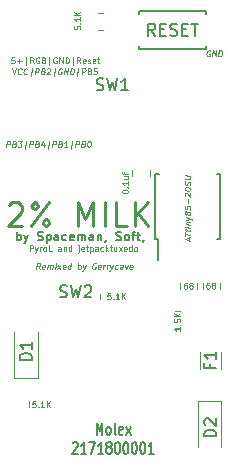
<source format=gbr>
G04 #@! TF.GenerationSoftware,KiCad,Pcbnew,(5.1.10)-1*
G04 #@! TF.CreationDate,2021-08-29T12:19:40-04:00*
G04 #@! TF.ProjectId,milk,6d696c6b-2e6b-4696-9361-645f70636258,rev?*
G04 #@! TF.SameCoordinates,Original*
G04 #@! TF.FileFunction,Legend,Top*
G04 #@! TF.FilePolarity,Positive*
%FSLAX46Y46*%
G04 Gerber Fmt 4.6, Leading zero omitted, Abs format (unit mm)*
G04 Created by KiCad (PCBNEW (5.1.10)-1) date 2021-08-29 12:19:40*
%MOMM*%
%LPD*%
G01*
G04 APERTURE LIST*
%ADD10C,0.125000*%
%ADD11C,0.100000*%
%ADD12C,0.150000*%
%ADD13C,0.250000*%
%ADD14C,0.120000*%
%ADD15C,1.500000*%
%ADD16C,2.000000*%
%ADD17C,1.700000*%
%ADD18C,4.000000*%
%ADD19C,2.200000*%
%ADD20R,0.650000X1.700000*%
%ADD21R,0.300000X1.300000*%
%ADD22R,0.600000X1.300000*%
%ADD23C,0.800000*%
%ADD24O,1.000000X2.000000*%
%ADD25R,1.200000X0.900000*%
%ADD26R,1.500000X1.500000*%
G04 APERTURE END LIST*
D10*
X177808130Y-62207555D02*
X177808130Y-62445650D01*
X178046225Y-62469460D01*
X178022416Y-62445650D01*
X177998606Y-62398031D01*
X177998606Y-62278983D01*
X178022416Y-62231364D01*
X178046225Y-62207555D01*
X178093844Y-62183745D01*
X178212892Y-62183745D01*
X178260511Y-62207555D01*
X178284320Y-62231364D01*
X178308130Y-62278983D01*
X178308130Y-62398031D01*
X178284320Y-62445650D01*
X178260511Y-62469460D01*
X178260511Y-61969460D02*
X178284320Y-61945650D01*
X178308130Y-61969460D01*
X178284320Y-61993269D01*
X178260511Y-61969460D01*
X178308130Y-61969460D01*
X178308130Y-61469460D02*
X178308130Y-61755174D01*
X178308130Y-61612317D02*
X177808130Y-61612317D01*
X177879559Y-61659936D01*
X177927178Y-61707555D01*
X177950987Y-61755174D01*
X178308130Y-61255174D02*
X177808130Y-61255174D01*
X178308130Y-60969460D02*
X178022416Y-61183745D01*
X177808130Y-60969460D02*
X178093844Y-61255174D01*
X172563797Y-65791590D02*
X172667963Y-66291590D01*
X172897130Y-65791590D01*
X173292963Y-66243971D02*
X173266178Y-66267780D01*
X173191773Y-66291590D01*
X173144154Y-66291590D01*
X173075702Y-66267780D01*
X173034035Y-66220161D01*
X173016178Y-66172542D01*
X173004273Y-66077304D01*
X173013202Y-66005876D01*
X173048916Y-65910638D01*
X173078678Y-65863019D01*
X173132249Y-65815400D01*
X173206654Y-65791590D01*
X173254273Y-65791590D01*
X173322725Y-65815400D01*
X173343559Y-65839209D01*
X173792963Y-66243971D02*
X173766178Y-66267780D01*
X173691773Y-66291590D01*
X173644154Y-66291590D01*
X173575702Y-66267780D01*
X173534035Y-66220161D01*
X173516178Y-66172542D01*
X173504273Y-66077304D01*
X173513202Y-66005876D01*
X173548916Y-65910638D01*
X173578678Y-65863019D01*
X173632249Y-65815400D01*
X173706654Y-65791590D01*
X173754273Y-65791590D01*
X173822725Y-65815400D01*
X173843559Y-65839209D01*
X174099511Y-66458257D02*
X174188797Y-65743971D01*
X174477487Y-66291590D02*
X174539987Y-65791590D01*
X174730463Y-65791590D01*
X174775106Y-65815400D01*
X174795940Y-65839209D01*
X174813797Y-65886828D01*
X174804868Y-65958257D01*
X174775106Y-66005876D01*
X174748321Y-66029685D01*
X174697725Y-66053495D01*
X174507249Y-66053495D01*
X175176892Y-66029685D02*
X175245344Y-66053495D01*
X175266178Y-66077304D01*
X175284035Y-66124923D01*
X175275106Y-66196352D01*
X175245344Y-66243971D01*
X175218559Y-66267780D01*
X175167963Y-66291590D01*
X174977487Y-66291590D01*
X175039987Y-65791590D01*
X175206654Y-65791590D01*
X175251297Y-65815400D01*
X175272130Y-65839209D01*
X175289987Y-65886828D01*
X175284035Y-65934447D01*
X175254273Y-65982066D01*
X175227487Y-66005876D01*
X175176892Y-66029685D01*
X175010225Y-66029685D01*
X175510225Y-65839209D02*
X175537011Y-65815400D01*
X175587606Y-65791590D01*
X175706654Y-65791590D01*
X175751297Y-65815400D01*
X175772130Y-65839209D01*
X175789987Y-65886828D01*
X175784035Y-65934447D01*
X175751297Y-66005876D01*
X175429868Y-66291590D01*
X175739392Y-66291590D01*
X176051892Y-66458257D02*
X176141178Y-65743971D01*
X176751297Y-65815400D02*
X176706654Y-65791590D01*
X176635225Y-65791590D01*
X176560821Y-65815400D01*
X176507249Y-65863019D01*
X176477487Y-65910638D01*
X176441773Y-66005876D01*
X176432844Y-66077304D01*
X176444749Y-66172542D01*
X176462606Y-66220161D01*
X176504273Y-66267780D01*
X176572725Y-66291590D01*
X176620344Y-66291590D01*
X176694749Y-66267780D01*
X176721535Y-66243971D01*
X176742368Y-66077304D01*
X176647130Y-66077304D01*
X176929868Y-66291590D02*
X176992368Y-65791590D01*
X177215583Y-66291590D01*
X177278083Y-65791590D01*
X177453678Y-66291590D02*
X177516178Y-65791590D01*
X177635225Y-65791590D01*
X177703678Y-65815400D01*
X177745344Y-65863019D01*
X177763202Y-65910638D01*
X177775106Y-66005876D01*
X177766178Y-66077304D01*
X177730463Y-66172542D01*
X177700702Y-66220161D01*
X177647130Y-66267780D01*
X177572725Y-66291590D01*
X177453678Y-66291590D01*
X178051892Y-66458257D02*
X178141178Y-65743971D01*
X178429868Y-66291590D02*
X178492368Y-65791590D01*
X178682844Y-65791590D01*
X178727487Y-65815400D01*
X178748321Y-65839209D01*
X178766178Y-65886828D01*
X178757249Y-65958257D01*
X178727487Y-66005876D01*
X178700702Y-66029685D01*
X178650106Y-66053495D01*
X178459630Y-66053495D01*
X179129273Y-66029685D02*
X179197725Y-66053495D01*
X179218559Y-66077304D01*
X179236416Y-66124923D01*
X179227487Y-66196352D01*
X179197725Y-66243971D01*
X179170940Y-66267780D01*
X179120344Y-66291590D01*
X178929868Y-66291590D01*
X178992368Y-65791590D01*
X179159035Y-65791590D01*
X179203678Y-65815400D01*
X179224511Y-65839209D01*
X179242368Y-65886828D01*
X179236416Y-65934447D01*
X179206654Y-65982066D01*
X179179868Y-66005876D01*
X179129273Y-66029685D01*
X178962606Y-66029685D01*
X179730463Y-65791590D02*
X179492368Y-65791590D01*
X179438797Y-66029685D01*
X179465583Y-66005876D01*
X179516178Y-65982066D01*
X179635225Y-65982066D01*
X179679868Y-66005876D01*
X179700702Y-66029685D01*
X179718559Y-66077304D01*
X179703678Y-66196352D01*
X179673916Y-66243971D01*
X179647130Y-66267780D01*
X179596535Y-66291590D01*
X179477487Y-66291590D01*
X179432844Y-66267780D01*
X179412011Y-66243971D01*
X189311716Y-64291400D02*
X189267073Y-64267590D01*
X189195644Y-64267590D01*
X189121240Y-64291400D01*
X189067668Y-64339019D01*
X189037906Y-64386638D01*
X189002192Y-64481876D01*
X188993263Y-64553304D01*
X189005168Y-64648542D01*
X189023025Y-64696161D01*
X189064692Y-64743780D01*
X189133144Y-64767590D01*
X189180763Y-64767590D01*
X189255168Y-64743780D01*
X189281954Y-64719971D01*
X189302787Y-64553304D01*
X189207549Y-64553304D01*
X189490287Y-64767590D02*
X189552787Y-64267590D01*
X189776002Y-64767590D01*
X189838502Y-64267590D01*
X190014097Y-64767590D02*
X190076597Y-64267590D01*
X190195644Y-64267590D01*
X190264097Y-64291400D01*
X190305763Y-64339019D01*
X190323621Y-64386638D01*
X190335525Y-64481876D01*
X190326597Y-64553304D01*
X190290883Y-64648542D01*
X190261121Y-64696161D01*
X190207549Y-64743780D01*
X190133144Y-64767590D01*
X190014097Y-64767590D01*
X172039325Y-72438390D02*
X172101825Y-71938390D01*
X172292302Y-71938390D01*
X172336944Y-71962200D01*
X172357778Y-71986009D01*
X172375635Y-72033628D01*
X172366706Y-72105057D01*
X172336944Y-72152676D01*
X172310159Y-72176485D01*
X172259563Y-72200295D01*
X172069087Y-72200295D01*
X172738730Y-72176485D02*
X172807183Y-72200295D01*
X172828016Y-72224104D01*
X172845873Y-72271723D01*
X172836944Y-72343152D01*
X172807183Y-72390771D01*
X172780397Y-72414580D01*
X172729802Y-72438390D01*
X172539325Y-72438390D01*
X172601825Y-71938390D01*
X172768492Y-71938390D01*
X172813135Y-71962200D01*
X172833968Y-71986009D01*
X172851825Y-72033628D01*
X172845873Y-72081247D01*
X172816111Y-72128866D01*
X172789325Y-72152676D01*
X172738730Y-72176485D01*
X172572063Y-72176485D01*
X173054206Y-71938390D02*
X173363730Y-71938390D01*
X173173254Y-72128866D01*
X173244683Y-72128866D01*
X173289325Y-72152676D01*
X173310159Y-72176485D01*
X173328016Y-72224104D01*
X173313135Y-72343152D01*
X173283373Y-72390771D01*
X173256587Y-72414580D01*
X173205992Y-72438390D01*
X173063135Y-72438390D01*
X173018492Y-72414580D01*
X172997659Y-72390771D01*
X173613730Y-72605057D02*
X173703016Y-71890771D01*
X173991706Y-72438390D02*
X174054206Y-71938390D01*
X174244683Y-71938390D01*
X174289325Y-71962200D01*
X174310159Y-71986009D01*
X174328016Y-72033628D01*
X174319087Y-72105057D01*
X174289325Y-72152676D01*
X174262540Y-72176485D01*
X174211944Y-72200295D01*
X174021468Y-72200295D01*
X174691111Y-72176485D02*
X174759563Y-72200295D01*
X174780397Y-72224104D01*
X174798254Y-72271723D01*
X174789325Y-72343152D01*
X174759563Y-72390771D01*
X174732778Y-72414580D01*
X174682183Y-72438390D01*
X174491706Y-72438390D01*
X174554206Y-71938390D01*
X174720873Y-71938390D01*
X174765516Y-71962200D01*
X174786349Y-71986009D01*
X174804206Y-72033628D01*
X174798254Y-72081247D01*
X174768492Y-72128866D01*
X174741706Y-72152676D01*
X174691111Y-72176485D01*
X174524444Y-72176485D01*
X175247659Y-72105057D02*
X175205992Y-72438390D01*
X175152421Y-71914580D02*
X174988730Y-72271723D01*
X175298254Y-72271723D01*
X175566111Y-72605057D02*
X175655397Y-71890771D01*
X175944087Y-72438390D02*
X176006587Y-71938390D01*
X176197063Y-71938390D01*
X176241706Y-71962200D01*
X176262540Y-71986009D01*
X176280397Y-72033628D01*
X176271468Y-72105057D01*
X176241706Y-72152676D01*
X176214921Y-72176485D01*
X176164325Y-72200295D01*
X175973849Y-72200295D01*
X176643492Y-72176485D02*
X176711944Y-72200295D01*
X176732778Y-72224104D01*
X176750635Y-72271723D01*
X176741706Y-72343152D01*
X176711944Y-72390771D01*
X176685159Y-72414580D01*
X176634563Y-72438390D01*
X176444087Y-72438390D01*
X176506587Y-71938390D01*
X176673254Y-71938390D01*
X176717897Y-71962200D01*
X176738730Y-71986009D01*
X176756587Y-72033628D01*
X176750635Y-72081247D01*
X176720873Y-72128866D01*
X176694087Y-72152676D01*
X176643492Y-72176485D01*
X176476825Y-72176485D01*
X177205992Y-72438390D02*
X176920278Y-72438390D01*
X177063135Y-72438390D02*
X177125635Y-71938390D01*
X177069087Y-72009819D01*
X177015516Y-72057438D01*
X176964921Y-72081247D01*
X177518492Y-72605057D02*
X177607778Y-71890771D01*
X177896468Y-72438390D02*
X177958968Y-71938390D01*
X178149444Y-71938390D01*
X178194087Y-71962200D01*
X178214921Y-71986009D01*
X178232778Y-72033628D01*
X178223849Y-72105057D01*
X178194087Y-72152676D01*
X178167302Y-72176485D01*
X178116706Y-72200295D01*
X177926230Y-72200295D01*
X178595873Y-72176485D02*
X178664325Y-72200295D01*
X178685159Y-72224104D01*
X178703016Y-72271723D01*
X178694087Y-72343152D01*
X178664325Y-72390771D01*
X178637540Y-72414580D01*
X178586944Y-72438390D01*
X178396468Y-72438390D01*
X178458968Y-71938390D01*
X178625635Y-71938390D01*
X178670278Y-71962200D01*
X178691111Y-71986009D01*
X178708968Y-72033628D01*
X178703016Y-72081247D01*
X178673254Y-72128866D01*
X178646468Y-72152676D01*
X178595873Y-72176485D01*
X178429206Y-72176485D01*
X179054206Y-71938390D02*
X179101825Y-71938390D01*
X179146468Y-71962200D01*
X179167302Y-71986009D01*
X179185159Y-72033628D01*
X179197063Y-72128866D01*
X179182183Y-72247914D01*
X179146468Y-72343152D01*
X179116706Y-72390771D01*
X179089921Y-72414580D01*
X179039325Y-72438390D01*
X178991706Y-72438390D01*
X178947063Y-72414580D01*
X178926230Y-72390771D01*
X178908373Y-72343152D01*
X178896468Y-72247914D01*
X178911349Y-72128866D01*
X178947063Y-72033628D01*
X178976825Y-71986009D01*
X179003611Y-71962200D01*
X179054206Y-71938390D01*
D11*
X174875071Y-82776190D02*
X174738166Y-82538095D01*
X174589357Y-82776190D02*
X174651857Y-82276190D01*
X174842333Y-82276190D01*
X174886976Y-82300000D01*
X174907809Y-82323809D01*
X174925666Y-82371428D01*
X174916738Y-82442857D01*
X174886976Y-82490476D01*
X174860190Y-82514285D01*
X174809595Y-82538095D01*
X174619119Y-82538095D01*
X175282809Y-82752380D02*
X175232214Y-82776190D01*
X175136976Y-82776190D01*
X175092333Y-82752380D01*
X175074476Y-82704761D01*
X175098285Y-82514285D01*
X175128047Y-82466666D01*
X175178642Y-82442857D01*
X175273880Y-82442857D01*
X175318523Y-82466666D01*
X175336380Y-82514285D01*
X175330428Y-82561904D01*
X175086380Y-82609523D01*
X175517928Y-82776190D02*
X175559595Y-82442857D01*
X175553642Y-82490476D02*
X175580428Y-82466666D01*
X175631023Y-82442857D01*
X175702452Y-82442857D01*
X175747095Y-82466666D01*
X175764952Y-82514285D01*
X175732214Y-82776190D01*
X175764952Y-82514285D02*
X175794714Y-82466666D01*
X175845309Y-82442857D01*
X175916738Y-82442857D01*
X175961380Y-82466666D01*
X175979238Y-82514285D01*
X175946500Y-82776190D01*
X176184595Y-82776190D02*
X176226261Y-82442857D01*
X176247095Y-82276190D02*
X176220309Y-82300000D01*
X176241142Y-82323809D01*
X176267928Y-82300000D01*
X176247095Y-82276190D01*
X176241142Y-82323809D01*
X176375071Y-82776190D02*
X176678642Y-82442857D01*
X176416738Y-82442857D02*
X176636976Y-82776190D01*
X177020904Y-82752380D02*
X176970309Y-82776190D01*
X176875071Y-82776190D01*
X176830428Y-82752380D01*
X176812571Y-82704761D01*
X176836380Y-82514285D01*
X176866142Y-82466666D01*
X176916738Y-82442857D01*
X177011976Y-82442857D01*
X177056619Y-82466666D01*
X177074476Y-82514285D01*
X177068523Y-82561904D01*
X176824476Y-82609523D01*
X177470309Y-82776190D02*
X177532809Y-82276190D01*
X177473285Y-82752380D02*
X177422690Y-82776190D01*
X177327452Y-82776190D01*
X177282809Y-82752380D01*
X177261976Y-82728571D01*
X177244119Y-82680952D01*
X177261976Y-82538095D01*
X177291738Y-82490476D01*
X177318523Y-82466666D01*
X177369119Y-82442857D01*
X177464357Y-82442857D01*
X177509000Y-82466666D01*
X178089357Y-82776190D02*
X178151857Y-82276190D01*
X178128047Y-82466666D02*
X178178642Y-82442857D01*
X178273880Y-82442857D01*
X178318523Y-82466666D01*
X178339357Y-82490476D01*
X178357214Y-82538095D01*
X178339357Y-82680952D01*
X178309595Y-82728571D01*
X178282809Y-82752380D01*
X178232214Y-82776190D01*
X178136976Y-82776190D01*
X178092333Y-82752380D01*
X178535785Y-82442857D02*
X178613166Y-82776190D01*
X178773880Y-82442857D02*
X178613166Y-82776190D01*
X178550666Y-82895238D01*
X178523880Y-82919047D01*
X178473285Y-82942857D01*
X179625071Y-82300000D02*
X179580428Y-82276190D01*
X179509000Y-82276190D01*
X179434595Y-82300000D01*
X179381023Y-82347619D01*
X179351261Y-82395238D01*
X179315547Y-82490476D01*
X179306619Y-82561904D01*
X179318523Y-82657142D01*
X179336380Y-82704761D01*
X179378047Y-82752380D01*
X179446500Y-82776190D01*
X179494119Y-82776190D01*
X179568523Y-82752380D01*
X179595309Y-82728571D01*
X179616142Y-82561904D01*
X179520904Y-82561904D01*
X179997095Y-82752380D02*
X179946500Y-82776190D01*
X179851261Y-82776190D01*
X179806619Y-82752380D01*
X179788761Y-82704761D01*
X179812571Y-82514285D01*
X179842333Y-82466666D01*
X179892928Y-82442857D01*
X179988166Y-82442857D01*
X180032809Y-82466666D01*
X180050666Y-82514285D01*
X180044714Y-82561904D01*
X179800666Y-82609523D01*
X180232214Y-82776190D02*
X180273880Y-82442857D01*
X180261976Y-82538095D02*
X180291738Y-82490476D01*
X180318523Y-82466666D01*
X180369119Y-82442857D01*
X180416738Y-82442857D01*
X180541738Y-82776190D02*
X180583404Y-82442857D01*
X180571500Y-82538095D02*
X180601261Y-82490476D01*
X180628047Y-82466666D01*
X180678642Y-82442857D01*
X180726261Y-82442857D01*
X180845309Y-82442857D02*
X180922690Y-82776190D01*
X181083404Y-82442857D02*
X180922690Y-82776190D01*
X180860190Y-82895238D01*
X180833404Y-82919047D01*
X180782809Y-82942857D01*
X181449476Y-82752380D02*
X181398880Y-82776190D01*
X181303642Y-82776190D01*
X181259000Y-82752380D01*
X181238166Y-82728571D01*
X181220309Y-82680952D01*
X181238166Y-82538095D01*
X181267928Y-82490476D01*
X181294714Y-82466666D01*
X181345309Y-82442857D01*
X181440547Y-82442857D01*
X181485190Y-82466666D01*
X181875071Y-82776190D02*
X181907809Y-82514285D01*
X181889952Y-82466666D01*
X181845309Y-82442857D01*
X181750071Y-82442857D01*
X181699476Y-82466666D01*
X181878047Y-82752380D02*
X181827452Y-82776190D01*
X181708404Y-82776190D01*
X181663761Y-82752380D01*
X181645904Y-82704761D01*
X181651857Y-82657142D01*
X181681619Y-82609523D01*
X181732214Y-82585714D01*
X181851261Y-82585714D01*
X181901857Y-82561904D01*
X182107214Y-82442857D02*
X182184595Y-82776190D01*
X182345309Y-82442857D01*
X182687571Y-82752380D02*
X182636976Y-82776190D01*
X182541738Y-82776190D01*
X182497095Y-82752380D01*
X182479238Y-82704761D01*
X182503047Y-82514285D01*
X182532809Y-82466666D01*
X182583404Y-82442857D01*
X182678642Y-82442857D01*
X182723285Y-82466666D01*
X182741142Y-82514285D01*
X182735190Y-82561904D01*
X182491142Y-82609523D01*
D12*
X179691285Y-96782380D02*
X179691285Y-95782380D01*
X179941285Y-96496666D01*
X180191285Y-95782380D01*
X180191285Y-96782380D01*
X180655571Y-96782380D02*
X180584142Y-96734761D01*
X180548428Y-96687142D01*
X180512714Y-96591904D01*
X180512714Y-96306190D01*
X180548428Y-96210952D01*
X180584142Y-96163333D01*
X180655571Y-96115714D01*
X180762714Y-96115714D01*
X180834142Y-96163333D01*
X180869857Y-96210952D01*
X180905571Y-96306190D01*
X180905571Y-96591904D01*
X180869857Y-96687142D01*
X180834142Y-96734761D01*
X180762714Y-96782380D01*
X180655571Y-96782380D01*
X181334142Y-96782380D02*
X181262714Y-96734761D01*
X181227000Y-96639523D01*
X181227000Y-95782380D01*
X181905571Y-96734761D02*
X181834142Y-96782380D01*
X181691285Y-96782380D01*
X181619857Y-96734761D01*
X181584142Y-96639523D01*
X181584142Y-96258571D01*
X181619857Y-96163333D01*
X181691285Y-96115714D01*
X181834142Y-96115714D01*
X181905571Y-96163333D01*
X181941285Y-96258571D01*
X181941285Y-96353809D01*
X181584142Y-96449047D01*
X182191285Y-96782380D02*
X182584142Y-96115714D01*
X182191285Y-96115714D02*
X182584142Y-96782380D01*
X177673428Y-97527619D02*
X177709142Y-97480000D01*
X177780571Y-97432380D01*
X177959142Y-97432380D01*
X178030571Y-97480000D01*
X178066285Y-97527619D01*
X178102000Y-97622857D01*
X178102000Y-97718095D01*
X178066285Y-97860952D01*
X177637714Y-98432380D01*
X178102000Y-98432380D01*
X178816285Y-98432380D02*
X178387714Y-98432380D01*
X178602000Y-98432380D02*
X178602000Y-97432380D01*
X178530571Y-97575238D01*
X178459142Y-97670476D01*
X178387714Y-97718095D01*
X179066285Y-97432380D02*
X179566285Y-97432380D01*
X179244857Y-98432380D01*
X180244857Y-98432380D02*
X179816285Y-98432380D01*
X180030571Y-98432380D02*
X180030571Y-97432380D01*
X179959142Y-97575238D01*
X179887714Y-97670476D01*
X179816285Y-97718095D01*
X180673428Y-97860952D02*
X180602000Y-97813333D01*
X180566285Y-97765714D01*
X180530571Y-97670476D01*
X180530571Y-97622857D01*
X180566285Y-97527619D01*
X180602000Y-97480000D01*
X180673428Y-97432380D01*
X180816285Y-97432380D01*
X180887714Y-97480000D01*
X180923428Y-97527619D01*
X180959142Y-97622857D01*
X180959142Y-97670476D01*
X180923428Y-97765714D01*
X180887714Y-97813333D01*
X180816285Y-97860952D01*
X180673428Y-97860952D01*
X180602000Y-97908571D01*
X180566285Y-97956190D01*
X180530571Y-98051428D01*
X180530571Y-98241904D01*
X180566285Y-98337142D01*
X180602000Y-98384761D01*
X180673428Y-98432380D01*
X180816285Y-98432380D01*
X180887714Y-98384761D01*
X180923428Y-98337142D01*
X180959142Y-98241904D01*
X180959142Y-98051428D01*
X180923428Y-97956190D01*
X180887714Y-97908571D01*
X180816285Y-97860952D01*
X181423428Y-97432380D02*
X181494857Y-97432380D01*
X181566285Y-97480000D01*
X181602000Y-97527619D01*
X181637714Y-97622857D01*
X181673428Y-97813333D01*
X181673428Y-98051428D01*
X181637714Y-98241904D01*
X181602000Y-98337142D01*
X181566285Y-98384761D01*
X181494857Y-98432380D01*
X181423428Y-98432380D01*
X181352000Y-98384761D01*
X181316285Y-98337142D01*
X181280571Y-98241904D01*
X181244857Y-98051428D01*
X181244857Y-97813333D01*
X181280571Y-97622857D01*
X181316285Y-97527619D01*
X181352000Y-97480000D01*
X181423428Y-97432380D01*
X182137714Y-97432380D02*
X182209142Y-97432380D01*
X182280571Y-97480000D01*
X182316285Y-97527619D01*
X182352000Y-97622857D01*
X182387714Y-97813333D01*
X182387714Y-98051428D01*
X182352000Y-98241904D01*
X182316285Y-98337142D01*
X182280571Y-98384761D01*
X182209142Y-98432380D01*
X182137714Y-98432380D01*
X182066285Y-98384761D01*
X182030571Y-98337142D01*
X181994857Y-98241904D01*
X181959142Y-98051428D01*
X181959142Y-97813333D01*
X181994857Y-97622857D01*
X182030571Y-97527619D01*
X182066285Y-97480000D01*
X182137714Y-97432380D01*
X182852000Y-97432380D02*
X182923428Y-97432380D01*
X182994857Y-97480000D01*
X183030571Y-97527619D01*
X183066285Y-97622857D01*
X183102000Y-97813333D01*
X183102000Y-98051428D01*
X183066285Y-98241904D01*
X183030571Y-98337142D01*
X182994857Y-98384761D01*
X182923428Y-98432380D01*
X182852000Y-98432380D01*
X182780571Y-98384761D01*
X182744857Y-98337142D01*
X182709142Y-98241904D01*
X182673428Y-98051428D01*
X182673428Y-97813333D01*
X182709142Y-97622857D01*
X182744857Y-97527619D01*
X182780571Y-97480000D01*
X182852000Y-97432380D01*
X183566285Y-97432380D02*
X183637714Y-97432380D01*
X183709142Y-97480000D01*
X183744857Y-97527619D01*
X183780571Y-97622857D01*
X183816285Y-97813333D01*
X183816285Y-98051428D01*
X183780571Y-98241904D01*
X183744857Y-98337142D01*
X183709142Y-98384761D01*
X183637714Y-98432380D01*
X183566285Y-98432380D01*
X183494857Y-98384761D01*
X183459142Y-98337142D01*
X183423428Y-98241904D01*
X183387714Y-98051428D01*
X183387714Y-97813333D01*
X183423428Y-97622857D01*
X183459142Y-97527619D01*
X183494857Y-97480000D01*
X183566285Y-97432380D01*
X184530571Y-98432380D02*
X184102000Y-98432380D01*
X184316285Y-98432380D02*
X184316285Y-97432380D01*
X184244857Y-97575238D01*
X184173428Y-97670476D01*
X184102000Y-97718095D01*
D10*
X174517904Y-93960190D02*
X174279809Y-93960190D01*
X174256000Y-94198285D01*
X174279809Y-94174476D01*
X174327428Y-94150666D01*
X174446476Y-94150666D01*
X174494095Y-94174476D01*
X174517904Y-94198285D01*
X174541714Y-94245904D01*
X174541714Y-94364952D01*
X174517904Y-94412571D01*
X174494095Y-94436380D01*
X174446476Y-94460190D01*
X174327428Y-94460190D01*
X174279809Y-94436380D01*
X174256000Y-94412571D01*
X174756000Y-94412571D02*
X174779809Y-94436380D01*
X174756000Y-94460190D01*
X174732190Y-94436380D01*
X174756000Y-94412571D01*
X174756000Y-94460190D01*
X175256000Y-94460190D02*
X174970285Y-94460190D01*
X175113142Y-94460190D02*
X175113142Y-93960190D01*
X175065523Y-94031619D01*
X175017904Y-94079238D01*
X174970285Y-94103047D01*
X175470285Y-94460190D02*
X175470285Y-93960190D01*
X175756000Y-94460190D02*
X175541714Y-94174476D01*
X175756000Y-93960190D02*
X175470285Y-94245904D01*
X180867904Y-84816190D02*
X180629809Y-84816190D01*
X180606000Y-85054285D01*
X180629809Y-85030476D01*
X180677428Y-85006666D01*
X180796476Y-85006666D01*
X180844095Y-85030476D01*
X180867904Y-85054285D01*
X180891714Y-85101904D01*
X180891714Y-85220952D01*
X180867904Y-85268571D01*
X180844095Y-85292380D01*
X180796476Y-85316190D01*
X180677428Y-85316190D01*
X180629809Y-85292380D01*
X180606000Y-85268571D01*
X181106000Y-85268571D02*
X181129809Y-85292380D01*
X181106000Y-85316190D01*
X181082190Y-85292380D01*
X181106000Y-85268571D01*
X181106000Y-85316190D01*
X181606000Y-85316190D02*
X181320285Y-85316190D01*
X181463142Y-85316190D02*
X181463142Y-84816190D01*
X181415523Y-84887619D01*
X181367904Y-84935238D01*
X181320285Y-84959047D01*
X181820285Y-85316190D02*
X181820285Y-84816190D01*
X182106000Y-85316190D02*
X181891714Y-85030476D01*
X182106000Y-84816190D02*
X181820285Y-85101904D01*
X186789190Y-87713285D02*
X186789190Y-87999000D01*
X186789190Y-87856142D02*
X186289190Y-87856142D01*
X186360619Y-87903761D01*
X186408238Y-87951380D01*
X186432047Y-87999000D01*
X186741571Y-87499000D02*
X186765380Y-87475190D01*
X186789190Y-87499000D01*
X186765380Y-87522809D01*
X186741571Y-87499000D01*
X186789190Y-87499000D01*
X186289190Y-87022809D02*
X186289190Y-87260904D01*
X186527285Y-87284714D01*
X186503476Y-87260904D01*
X186479666Y-87213285D01*
X186479666Y-87094238D01*
X186503476Y-87046619D01*
X186527285Y-87022809D01*
X186574904Y-86999000D01*
X186693952Y-86999000D01*
X186741571Y-87022809D01*
X186765380Y-87046619D01*
X186789190Y-87094238D01*
X186789190Y-87213285D01*
X186765380Y-87260904D01*
X186741571Y-87284714D01*
X186789190Y-86784714D02*
X186289190Y-86784714D01*
X186789190Y-86499000D02*
X186503476Y-86713285D01*
X186289190Y-86499000D02*
X186574904Y-86784714D01*
X189214142Y-83927190D02*
X189118904Y-83927190D01*
X189071285Y-83951000D01*
X189047476Y-83974809D01*
X188999857Y-84046238D01*
X188976047Y-84141476D01*
X188976047Y-84331952D01*
X188999857Y-84379571D01*
X189023666Y-84403380D01*
X189071285Y-84427190D01*
X189166523Y-84427190D01*
X189214142Y-84403380D01*
X189237952Y-84379571D01*
X189261761Y-84331952D01*
X189261761Y-84212904D01*
X189237952Y-84165285D01*
X189214142Y-84141476D01*
X189166523Y-84117666D01*
X189071285Y-84117666D01*
X189023666Y-84141476D01*
X188999857Y-84165285D01*
X188976047Y-84212904D01*
X189547476Y-84141476D02*
X189499857Y-84117666D01*
X189476047Y-84093857D01*
X189452238Y-84046238D01*
X189452238Y-84022428D01*
X189476047Y-83974809D01*
X189499857Y-83951000D01*
X189547476Y-83927190D01*
X189642714Y-83927190D01*
X189690333Y-83951000D01*
X189714142Y-83974809D01*
X189737952Y-84022428D01*
X189737952Y-84046238D01*
X189714142Y-84093857D01*
X189690333Y-84117666D01*
X189642714Y-84141476D01*
X189547476Y-84141476D01*
X189499857Y-84165285D01*
X189476047Y-84189095D01*
X189452238Y-84236714D01*
X189452238Y-84331952D01*
X189476047Y-84379571D01*
X189499857Y-84403380D01*
X189547476Y-84427190D01*
X189642714Y-84427190D01*
X189690333Y-84403380D01*
X189714142Y-84379571D01*
X189737952Y-84331952D01*
X189737952Y-84236714D01*
X189714142Y-84189095D01*
X189690333Y-84165285D01*
X189642714Y-84141476D01*
X187309142Y-83927190D02*
X187213904Y-83927190D01*
X187166285Y-83951000D01*
X187142476Y-83974809D01*
X187094857Y-84046238D01*
X187071047Y-84141476D01*
X187071047Y-84331952D01*
X187094857Y-84379571D01*
X187118666Y-84403380D01*
X187166285Y-84427190D01*
X187261523Y-84427190D01*
X187309142Y-84403380D01*
X187332952Y-84379571D01*
X187356761Y-84331952D01*
X187356761Y-84212904D01*
X187332952Y-84165285D01*
X187309142Y-84141476D01*
X187261523Y-84117666D01*
X187166285Y-84117666D01*
X187118666Y-84141476D01*
X187094857Y-84165285D01*
X187071047Y-84212904D01*
X187642476Y-84141476D02*
X187594857Y-84117666D01*
X187571047Y-84093857D01*
X187547238Y-84046238D01*
X187547238Y-84022428D01*
X187571047Y-83974809D01*
X187594857Y-83951000D01*
X187642476Y-83927190D01*
X187737714Y-83927190D01*
X187785333Y-83951000D01*
X187809142Y-83974809D01*
X187832952Y-84022428D01*
X187832952Y-84046238D01*
X187809142Y-84093857D01*
X187785333Y-84117666D01*
X187737714Y-84141476D01*
X187642476Y-84141476D01*
X187594857Y-84165285D01*
X187571047Y-84189095D01*
X187547238Y-84236714D01*
X187547238Y-84331952D01*
X187571047Y-84379571D01*
X187594857Y-84403380D01*
X187642476Y-84427190D01*
X187737714Y-84427190D01*
X187785333Y-84403380D01*
X187809142Y-84379571D01*
X187832952Y-84331952D01*
X187832952Y-84236714D01*
X187809142Y-84189095D01*
X187785333Y-84165285D01*
X187737714Y-84141476D01*
X187494693Y-80365417D02*
X187494693Y-80127322D01*
X187637550Y-80430894D02*
X187137550Y-80201727D01*
X187637550Y-80097560D01*
X187137550Y-79939822D02*
X187137550Y-79654108D01*
X187637550Y-79859465D02*
X187137550Y-79796965D01*
X187304217Y-79579703D02*
X187304217Y-79389227D01*
X187137550Y-79487441D02*
X187566121Y-79541013D01*
X187613740Y-79523156D01*
X187637550Y-79478513D01*
X187637550Y-79430894D01*
X187637550Y-79264227D02*
X187304217Y-79222560D01*
X187137550Y-79201727D02*
X187161360Y-79228513D01*
X187185169Y-79207679D01*
X187161360Y-79180894D01*
X187137550Y-79201727D01*
X187185169Y-79207679D01*
X187304217Y-78984465D02*
X187637550Y-79026132D01*
X187351836Y-78990417D02*
X187328026Y-78963632D01*
X187304217Y-78913036D01*
X187304217Y-78841608D01*
X187328026Y-78796965D01*
X187375645Y-78779108D01*
X187637550Y-78811846D01*
X187304217Y-78579703D02*
X187637550Y-78502322D01*
X187304217Y-78341608D02*
X187637550Y-78502322D01*
X187756598Y-78564822D01*
X187780407Y-78591608D01*
X187804217Y-78642203D01*
X187351836Y-78085656D02*
X187328026Y-78130298D01*
X187304217Y-78151132D01*
X187256598Y-78168989D01*
X187232788Y-78166013D01*
X187185169Y-78136251D01*
X187161360Y-78109465D01*
X187137550Y-78058870D01*
X187137550Y-77963632D01*
X187161360Y-77918989D01*
X187185169Y-77898156D01*
X187232788Y-77880298D01*
X187256598Y-77883275D01*
X187304217Y-77913036D01*
X187328026Y-77939822D01*
X187351836Y-77990417D01*
X187351836Y-78085656D01*
X187375645Y-78136251D01*
X187399455Y-78163036D01*
X187447074Y-78192798D01*
X187542312Y-78204703D01*
X187589931Y-78186846D01*
X187613740Y-78166013D01*
X187637550Y-78121370D01*
X187637550Y-78026132D01*
X187613740Y-77975536D01*
X187589931Y-77948751D01*
X187542312Y-77918989D01*
X187447074Y-77907084D01*
X187399455Y-77924941D01*
X187375645Y-77945775D01*
X187351836Y-77990417D01*
X187137550Y-77416013D02*
X187137550Y-77654108D01*
X187375645Y-77707679D01*
X187351836Y-77680894D01*
X187328026Y-77630298D01*
X187328026Y-77511251D01*
X187351836Y-77466608D01*
X187375645Y-77445775D01*
X187423264Y-77427917D01*
X187542312Y-77442798D01*
X187589931Y-77472560D01*
X187613740Y-77499346D01*
X187637550Y-77549941D01*
X187637550Y-77668989D01*
X187613740Y-77713632D01*
X187589931Y-77734465D01*
X187447074Y-77216608D02*
X187447074Y-76835656D01*
X187185169Y-76588632D02*
X187161360Y-76561846D01*
X187137550Y-76511251D01*
X187137550Y-76392203D01*
X187161360Y-76347560D01*
X187185169Y-76326727D01*
X187232788Y-76308870D01*
X187280407Y-76314822D01*
X187351836Y-76347560D01*
X187637550Y-76668989D01*
X187637550Y-76359465D01*
X187137550Y-75987441D02*
X187137550Y-75939822D01*
X187161360Y-75895179D01*
X187185169Y-75874346D01*
X187232788Y-75856489D01*
X187328026Y-75844584D01*
X187447074Y-75859465D01*
X187542312Y-75895179D01*
X187589931Y-75924941D01*
X187613740Y-75951727D01*
X187637550Y-76002322D01*
X187637550Y-76049941D01*
X187613740Y-76094584D01*
X187589931Y-76115417D01*
X187542312Y-76133275D01*
X187447074Y-76145179D01*
X187328026Y-76130298D01*
X187232788Y-76094584D01*
X187185169Y-76064822D01*
X187161360Y-76038036D01*
X187137550Y-75987441D01*
X187613740Y-75689822D02*
X187637550Y-75621370D01*
X187637550Y-75502322D01*
X187613740Y-75451727D01*
X187589931Y-75424941D01*
X187542312Y-75395179D01*
X187494693Y-75389227D01*
X187447074Y-75407084D01*
X187423264Y-75427917D01*
X187399455Y-75472560D01*
X187375645Y-75564822D01*
X187351836Y-75609465D01*
X187328026Y-75630298D01*
X187280407Y-75648156D01*
X187232788Y-75642203D01*
X187185169Y-75612441D01*
X187161360Y-75585656D01*
X187137550Y-75535060D01*
X187137550Y-75416013D01*
X187161360Y-75347560D01*
X187137550Y-75130298D02*
X187542312Y-75180894D01*
X187589931Y-75163036D01*
X187613740Y-75142203D01*
X187637550Y-75097560D01*
X187637550Y-75002322D01*
X187613740Y-74951727D01*
X187589931Y-74924941D01*
X187542312Y-74895179D01*
X187137550Y-74844584D01*
X181844190Y-76238800D02*
X181844190Y-76191180D01*
X181868000Y-76143561D01*
X181891809Y-76119752D01*
X181939428Y-76095942D01*
X182034666Y-76072133D01*
X182153714Y-76072133D01*
X182248952Y-76095942D01*
X182296571Y-76119752D01*
X182320380Y-76143561D01*
X182344190Y-76191180D01*
X182344190Y-76238800D01*
X182320380Y-76286419D01*
X182296571Y-76310228D01*
X182248952Y-76334038D01*
X182153714Y-76357847D01*
X182034666Y-76357847D01*
X181939428Y-76334038D01*
X181891809Y-76310228D01*
X181868000Y-76286419D01*
X181844190Y-76238800D01*
X182296571Y-75857847D02*
X182320380Y-75834038D01*
X182344190Y-75857847D01*
X182320380Y-75881657D01*
X182296571Y-75857847D01*
X182344190Y-75857847D01*
X182344190Y-75357847D02*
X182344190Y-75643561D01*
X182344190Y-75500704D02*
X181844190Y-75500704D01*
X181915619Y-75548323D01*
X181963238Y-75595942D01*
X181987047Y-75643561D01*
X182010857Y-74929276D02*
X182344190Y-74929276D01*
X182010857Y-75143561D02*
X182272761Y-75143561D01*
X182320380Y-75119752D01*
X182344190Y-75072133D01*
X182344190Y-75000704D01*
X182320380Y-74953085D01*
X182296571Y-74929276D01*
X182010857Y-74762609D02*
X182010857Y-74572133D01*
X182344190Y-74691180D02*
X181915619Y-74691180D01*
X181868000Y-74667371D01*
X181844190Y-74619752D01*
X181844190Y-74572133D01*
D11*
X174014380Y-81252190D02*
X174014380Y-80752190D01*
X174204857Y-80752190D01*
X174252476Y-80776000D01*
X174276285Y-80799809D01*
X174300095Y-80847428D01*
X174300095Y-80918857D01*
X174276285Y-80966476D01*
X174252476Y-80990285D01*
X174204857Y-81014095D01*
X174014380Y-81014095D01*
X174466761Y-80918857D02*
X174585809Y-81252190D01*
X174704857Y-80918857D02*
X174585809Y-81252190D01*
X174538190Y-81371238D01*
X174514380Y-81395047D01*
X174466761Y-81418857D01*
X174895333Y-81252190D02*
X174895333Y-80918857D01*
X174895333Y-81014095D02*
X174919142Y-80966476D01*
X174942952Y-80942666D01*
X174990571Y-80918857D01*
X175038190Y-80918857D01*
X175276285Y-81252190D02*
X175228666Y-81228380D01*
X175204857Y-81204571D01*
X175181047Y-81156952D01*
X175181047Y-81014095D01*
X175204857Y-80966476D01*
X175228666Y-80942666D01*
X175276285Y-80918857D01*
X175347714Y-80918857D01*
X175395333Y-80942666D01*
X175419142Y-80966476D01*
X175442952Y-81014095D01*
X175442952Y-81156952D01*
X175419142Y-81204571D01*
X175395333Y-81228380D01*
X175347714Y-81252190D01*
X175276285Y-81252190D01*
X175895333Y-81252190D02*
X175657238Y-81252190D01*
X175657238Y-80752190D01*
X176657238Y-81252190D02*
X176657238Y-80990285D01*
X176633428Y-80942666D01*
X176585809Y-80918857D01*
X176490571Y-80918857D01*
X176442952Y-80942666D01*
X176657238Y-81228380D02*
X176609619Y-81252190D01*
X176490571Y-81252190D01*
X176442952Y-81228380D01*
X176419142Y-81180761D01*
X176419142Y-81133142D01*
X176442952Y-81085523D01*
X176490571Y-81061714D01*
X176609619Y-81061714D01*
X176657238Y-81037904D01*
X176895333Y-80918857D02*
X176895333Y-81252190D01*
X176895333Y-80966476D02*
X176919142Y-80942666D01*
X176966761Y-80918857D01*
X177038190Y-80918857D01*
X177085809Y-80942666D01*
X177109619Y-80990285D01*
X177109619Y-81252190D01*
X177562000Y-81252190D02*
X177562000Y-80752190D01*
X177562000Y-81228380D02*
X177514380Y-81252190D01*
X177419142Y-81252190D01*
X177371523Y-81228380D01*
X177347714Y-81204571D01*
X177323904Y-81156952D01*
X177323904Y-81014095D01*
X177347714Y-80966476D01*
X177371523Y-80942666D01*
X177419142Y-80918857D01*
X177514380Y-80918857D01*
X177562000Y-80942666D01*
X178181047Y-80918857D02*
X178181047Y-81347428D01*
X178157238Y-81395047D01*
X178109619Y-81418857D01*
X178085809Y-81418857D01*
X178181047Y-80752190D02*
X178157238Y-80776000D01*
X178181047Y-80799809D01*
X178204857Y-80776000D01*
X178181047Y-80752190D01*
X178181047Y-80799809D01*
X178609619Y-81228380D02*
X178562000Y-81252190D01*
X178466761Y-81252190D01*
X178419142Y-81228380D01*
X178395333Y-81180761D01*
X178395333Y-80990285D01*
X178419142Y-80942666D01*
X178466761Y-80918857D01*
X178562000Y-80918857D01*
X178609619Y-80942666D01*
X178633428Y-80990285D01*
X178633428Y-81037904D01*
X178395333Y-81085523D01*
X178776285Y-80918857D02*
X178966761Y-80918857D01*
X178847714Y-80752190D02*
X178847714Y-81180761D01*
X178871523Y-81228380D01*
X178919142Y-81252190D01*
X178966761Y-81252190D01*
X179133428Y-80918857D02*
X179133428Y-81418857D01*
X179133428Y-80942666D02*
X179181047Y-80918857D01*
X179276285Y-80918857D01*
X179323904Y-80942666D01*
X179347714Y-80966476D01*
X179371523Y-81014095D01*
X179371523Y-81156952D01*
X179347714Y-81204571D01*
X179323904Y-81228380D01*
X179276285Y-81252190D01*
X179181047Y-81252190D01*
X179133428Y-81228380D01*
X179800095Y-81252190D02*
X179800095Y-80990285D01*
X179776285Y-80942666D01*
X179728666Y-80918857D01*
X179633428Y-80918857D01*
X179585809Y-80942666D01*
X179800095Y-81228380D02*
X179752476Y-81252190D01*
X179633428Y-81252190D01*
X179585809Y-81228380D01*
X179562000Y-81180761D01*
X179562000Y-81133142D01*
X179585809Y-81085523D01*
X179633428Y-81061714D01*
X179752476Y-81061714D01*
X179800095Y-81037904D01*
X180252476Y-81228380D02*
X180204857Y-81252190D01*
X180109619Y-81252190D01*
X180062000Y-81228380D01*
X180038190Y-81204571D01*
X180014380Y-81156952D01*
X180014380Y-81014095D01*
X180038190Y-80966476D01*
X180062000Y-80942666D01*
X180109619Y-80918857D01*
X180204857Y-80918857D01*
X180252476Y-80942666D01*
X180466761Y-81252190D02*
X180466761Y-80752190D01*
X180514380Y-81061714D02*
X180657238Y-81252190D01*
X180657238Y-80918857D02*
X180466761Y-81109333D01*
X180800095Y-80918857D02*
X180990571Y-80918857D01*
X180871523Y-80752190D02*
X180871523Y-81180761D01*
X180895333Y-81228380D01*
X180942952Y-81252190D01*
X180990571Y-81252190D01*
X181371523Y-80918857D02*
X181371523Y-81252190D01*
X181157238Y-80918857D02*
X181157238Y-81180761D01*
X181181047Y-81228380D01*
X181228666Y-81252190D01*
X181300095Y-81252190D01*
X181347714Y-81228380D01*
X181371523Y-81204571D01*
X181562000Y-81252190D02*
X181823904Y-80918857D01*
X181562000Y-80918857D02*
X181823904Y-81252190D01*
X182204857Y-81228380D02*
X182157238Y-81252190D01*
X182062000Y-81252190D01*
X182014380Y-81228380D01*
X181990571Y-81180761D01*
X181990571Y-80990285D01*
X182014380Y-80942666D01*
X182062000Y-80918857D01*
X182157238Y-80918857D01*
X182204857Y-80942666D01*
X182228666Y-80990285D01*
X182228666Y-81037904D01*
X181990571Y-81085523D01*
X182657238Y-81252190D02*
X182657238Y-80752190D01*
X182657238Y-81228380D02*
X182609619Y-81252190D01*
X182514380Y-81252190D01*
X182466761Y-81228380D01*
X182442952Y-81204571D01*
X182419142Y-81156952D01*
X182419142Y-81014095D01*
X182442952Y-80966476D01*
X182466761Y-80942666D01*
X182514380Y-80918857D01*
X182609619Y-80918857D01*
X182657238Y-80942666D01*
X182966761Y-81252190D02*
X182919142Y-81228380D01*
X182895333Y-81204571D01*
X182871523Y-81156952D01*
X182871523Y-81014095D01*
X182895333Y-80966476D01*
X182919142Y-80942666D01*
X182966761Y-80918857D01*
X183038190Y-80918857D01*
X183085809Y-80942666D01*
X183109619Y-80966476D01*
X183133428Y-81014095D01*
X183133428Y-81156952D01*
X183109619Y-81204571D01*
X183085809Y-81228380D01*
X183038190Y-81252190D01*
X182966761Y-81252190D01*
D12*
X172919142Y-80349285D02*
X172919142Y-79599285D01*
X172919142Y-79885000D02*
X172990571Y-79849285D01*
X173133428Y-79849285D01*
X173204857Y-79885000D01*
X173240571Y-79920714D01*
X173276285Y-79992142D01*
X173276285Y-80206428D01*
X173240571Y-80277857D01*
X173204857Y-80313571D01*
X173133428Y-80349285D01*
X172990571Y-80349285D01*
X172919142Y-80313571D01*
X173526285Y-79849285D02*
X173704857Y-80349285D01*
X173883428Y-79849285D02*
X173704857Y-80349285D01*
X173633428Y-80527857D01*
X173597714Y-80563571D01*
X173526285Y-80599285D01*
X174704857Y-80313571D02*
X174812000Y-80349285D01*
X174990571Y-80349285D01*
X175062000Y-80313571D01*
X175097714Y-80277857D01*
X175133428Y-80206428D01*
X175133428Y-80135000D01*
X175097714Y-80063571D01*
X175062000Y-80027857D01*
X174990571Y-79992142D01*
X174847714Y-79956428D01*
X174776285Y-79920714D01*
X174740571Y-79885000D01*
X174704857Y-79813571D01*
X174704857Y-79742142D01*
X174740571Y-79670714D01*
X174776285Y-79635000D01*
X174847714Y-79599285D01*
X175026285Y-79599285D01*
X175133428Y-79635000D01*
X175454857Y-79849285D02*
X175454857Y-80599285D01*
X175454857Y-79885000D02*
X175526285Y-79849285D01*
X175669142Y-79849285D01*
X175740571Y-79885000D01*
X175776285Y-79920714D01*
X175812000Y-79992142D01*
X175812000Y-80206428D01*
X175776285Y-80277857D01*
X175740571Y-80313571D01*
X175669142Y-80349285D01*
X175526285Y-80349285D01*
X175454857Y-80313571D01*
X176454857Y-80349285D02*
X176454857Y-79956428D01*
X176419142Y-79885000D01*
X176347714Y-79849285D01*
X176204857Y-79849285D01*
X176133428Y-79885000D01*
X176454857Y-80313571D02*
X176383428Y-80349285D01*
X176204857Y-80349285D01*
X176133428Y-80313571D01*
X176097714Y-80242142D01*
X176097714Y-80170714D01*
X176133428Y-80099285D01*
X176204857Y-80063571D01*
X176383428Y-80063571D01*
X176454857Y-80027857D01*
X177133428Y-80313571D02*
X177062000Y-80349285D01*
X176919142Y-80349285D01*
X176847714Y-80313571D01*
X176812000Y-80277857D01*
X176776285Y-80206428D01*
X176776285Y-79992142D01*
X176812000Y-79920714D01*
X176847714Y-79885000D01*
X176919142Y-79849285D01*
X177062000Y-79849285D01*
X177133428Y-79885000D01*
X177740571Y-80313571D02*
X177669142Y-80349285D01*
X177526285Y-80349285D01*
X177454857Y-80313571D01*
X177419142Y-80242142D01*
X177419142Y-79956428D01*
X177454857Y-79885000D01*
X177526285Y-79849285D01*
X177669142Y-79849285D01*
X177740571Y-79885000D01*
X177776285Y-79956428D01*
X177776285Y-80027857D01*
X177419142Y-80099285D01*
X178097714Y-80349285D02*
X178097714Y-79849285D01*
X178097714Y-79920714D02*
X178133428Y-79885000D01*
X178204857Y-79849285D01*
X178312000Y-79849285D01*
X178383428Y-79885000D01*
X178419142Y-79956428D01*
X178419142Y-80349285D01*
X178419142Y-79956428D02*
X178454857Y-79885000D01*
X178526285Y-79849285D01*
X178633428Y-79849285D01*
X178704857Y-79885000D01*
X178740571Y-79956428D01*
X178740571Y-80349285D01*
X179419142Y-80349285D02*
X179419142Y-79956428D01*
X179383428Y-79885000D01*
X179312000Y-79849285D01*
X179169142Y-79849285D01*
X179097714Y-79885000D01*
X179419142Y-80313571D02*
X179347714Y-80349285D01*
X179169142Y-80349285D01*
X179097714Y-80313571D01*
X179062000Y-80242142D01*
X179062000Y-80170714D01*
X179097714Y-80099285D01*
X179169142Y-80063571D01*
X179347714Y-80063571D01*
X179419142Y-80027857D01*
X179776285Y-79849285D02*
X179776285Y-80349285D01*
X179776285Y-79920714D02*
X179812000Y-79885000D01*
X179883428Y-79849285D01*
X179990571Y-79849285D01*
X180062000Y-79885000D01*
X180097714Y-79956428D01*
X180097714Y-80349285D01*
X180490571Y-80313571D02*
X180490571Y-80349285D01*
X180454857Y-80420714D01*
X180419142Y-80456428D01*
X181347714Y-80313571D02*
X181454857Y-80349285D01*
X181633428Y-80349285D01*
X181704857Y-80313571D01*
X181740571Y-80277857D01*
X181776285Y-80206428D01*
X181776285Y-80135000D01*
X181740571Y-80063571D01*
X181704857Y-80027857D01*
X181633428Y-79992142D01*
X181490571Y-79956428D01*
X181419142Y-79920714D01*
X181383428Y-79885000D01*
X181347714Y-79813571D01*
X181347714Y-79742142D01*
X181383428Y-79670714D01*
X181419142Y-79635000D01*
X181490571Y-79599285D01*
X181669142Y-79599285D01*
X181776285Y-79635000D01*
X182204857Y-80349285D02*
X182133428Y-80313571D01*
X182097714Y-80277857D01*
X182062000Y-80206428D01*
X182062000Y-79992142D01*
X182097714Y-79920714D01*
X182133428Y-79885000D01*
X182204857Y-79849285D01*
X182312000Y-79849285D01*
X182383428Y-79885000D01*
X182419142Y-79920714D01*
X182454857Y-79992142D01*
X182454857Y-80206428D01*
X182419142Y-80277857D01*
X182383428Y-80313571D01*
X182312000Y-80349285D01*
X182204857Y-80349285D01*
X182669142Y-79849285D02*
X182954857Y-79849285D01*
X182776285Y-80349285D02*
X182776285Y-79706428D01*
X182812000Y-79635000D01*
X182883428Y-79599285D01*
X182954857Y-79599285D01*
X183097714Y-79849285D02*
X183383428Y-79849285D01*
X183204857Y-79599285D02*
X183204857Y-80242142D01*
X183240571Y-80313571D01*
X183312000Y-80349285D01*
X183383428Y-80349285D01*
X183669142Y-80313571D02*
X183669142Y-80349285D01*
X183633428Y-80420714D01*
X183597714Y-80456428D01*
D13*
X172276238Y-77327238D02*
X172371476Y-77232000D01*
X172561952Y-77136761D01*
X173038142Y-77136761D01*
X173228619Y-77232000D01*
X173323857Y-77327238D01*
X173419095Y-77517714D01*
X173419095Y-77708190D01*
X173323857Y-77993904D01*
X172181000Y-79136761D01*
X173419095Y-79136761D01*
X174181000Y-79136761D02*
X175704809Y-77136761D01*
X174466714Y-77136761D02*
X174657190Y-77232000D01*
X174752428Y-77422476D01*
X174657190Y-77612952D01*
X174466714Y-77708190D01*
X174276238Y-77612952D01*
X174181000Y-77422476D01*
X174276238Y-77232000D01*
X174466714Y-77136761D01*
X175609571Y-79041523D02*
X175704809Y-78851047D01*
X175609571Y-78660571D01*
X175419095Y-78565333D01*
X175228619Y-78660571D01*
X175133380Y-78851047D01*
X175228619Y-79041523D01*
X175419095Y-79136761D01*
X175609571Y-79041523D01*
X178085761Y-79136761D02*
X178085761Y-77136761D01*
X178752428Y-78565333D01*
X179419095Y-77136761D01*
X179419095Y-79136761D01*
X180371476Y-79136761D02*
X180371476Y-77136761D01*
X182276238Y-79136761D02*
X181323857Y-79136761D01*
X181323857Y-77136761D01*
X182942904Y-79136761D02*
X182942904Y-77136761D01*
X184085761Y-79136761D02*
X183228619Y-77993904D01*
X184085761Y-77136761D02*
X182942904Y-78279619D01*
D10*
X172733923Y-64851790D02*
X172495828Y-64851790D01*
X172472019Y-65089885D01*
X172495828Y-65066076D01*
X172543447Y-65042266D01*
X172662495Y-65042266D01*
X172710114Y-65066076D01*
X172733923Y-65089885D01*
X172757733Y-65137504D01*
X172757733Y-65256552D01*
X172733923Y-65304171D01*
X172710114Y-65327980D01*
X172662495Y-65351790D01*
X172543447Y-65351790D01*
X172495828Y-65327980D01*
X172472019Y-65304171D01*
X172972019Y-65161314D02*
X173352971Y-65161314D01*
X173162495Y-65351790D02*
X173162495Y-64970838D01*
X173710114Y-65518457D02*
X173710114Y-64804171D01*
X174352971Y-65351790D02*
X174186304Y-65113695D01*
X174067257Y-65351790D02*
X174067257Y-64851790D01*
X174257733Y-64851790D01*
X174305352Y-64875600D01*
X174329161Y-64899409D01*
X174352971Y-64947028D01*
X174352971Y-65018457D01*
X174329161Y-65066076D01*
X174305352Y-65089885D01*
X174257733Y-65113695D01*
X174067257Y-65113695D01*
X174829161Y-64875600D02*
X174781542Y-64851790D01*
X174710114Y-64851790D01*
X174638685Y-64875600D01*
X174591066Y-64923219D01*
X174567257Y-64970838D01*
X174543447Y-65066076D01*
X174543447Y-65137504D01*
X174567257Y-65232742D01*
X174591066Y-65280361D01*
X174638685Y-65327980D01*
X174710114Y-65351790D01*
X174757733Y-65351790D01*
X174829161Y-65327980D01*
X174852971Y-65304171D01*
X174852971Y-65137504D01*
X174757733Y-65137504D01*
X175233923Y-65089885D02*
X175305352Y-65113695D01*
X175329161Y-65137504D01*
X175352971Y-65185123D01*
X175352971Y-65256552D01*
X175329161Y-65304171D01*
X175305352Y-65327980D01*
X175257733Y-65351790D01*
X175067257Y-65351790D01*
X175067257Y-64851790D01*
X175233923Y-64851790D01*
X175281542Y-64875600D01*
X175305352Y-64899409D01*
X175329161Y-64947028D01*
X175329161Y-64994647D01*
X175305352Y-65042266D01*
X175281542Y-65066076D01*
X175233923Y-65089885D01*
X175067257Y-65089885D01*
X175686304Y-65518457D02*
X175686304Y-64804171D01*
X176305352Y-64875600D02*
X176257733Y-64851790D01*
X176186304Y-64851790D01*
X176114876Y-64875600D01*
X176067257Y-64923219D01*
X176043447Y-64970838D01*
X176019638Y-65066076D01*
X176019638Y-65137504D01*
X176043447Y-65232742D01*
X176067257Y-65280361D01*
X176114876Y-65327980D01*
X176186304Y-65351790D01*
X176233923Y-65351790D01*
X176305352Y-65327980D01*
X176329161Y-65304171D01*
X176329161Y-65137504D01*
X176233923Y-65137504D01*
X176543447Y-65351790D02*
X176543447Y-64851790D01*
X176829161Y-65351790D01*
X176829161Y-64851790D01*
X177067257Y-65351790D02*
X177067257Y-64851790D01*
X177186304Y-64851790D01*
X177257733Y-64875600D01*
X177305352Y-64923219D01*
X177329161Y-64970838D01*
X177352971Y-65066076D01*
X177352971Y-65137504D01*
X177329161Y-65232742D01*
X177305352Y-65280361D01*
X177257733Y-65327980D01*
X177186304Y-65351790D01*
X177067257Y-65351790D01*
X177686304Y-65518457D02*
X177686304Y-64804171D01*
X178329161Y-65351790D02*
X178162495Y-65113695D01*
X178043447Y-65351790D02*
X178043447Y-64851790D01*
X178233923Y-64851790D01*
X178281542Y-64875600D01*
X178305352Y-64899409D01*
X178329161Y-64947028D01*
X178329161Y-65018457D01*
X178305352Y-65066076D01*
X178281542Y-65089885D01*
X178233923Y-65113695D01*
X178043447Y-65113695D01*
X178733923Y-65327980D02*
X178686304Y-65351790D01*
X178591066Y-65351790D01*
X178543447Y-65327980D01*
X178519638Y-65280361D01*
X178519638Y-65089885D01*
X178543447Y-65042266D01*
X178591066Y-65018457D01*
X178686304Y-65018457D01*
X178733923Y-65042266D01*
X178757733Y-65089885D01*
X178757733Y-65137504D01*
X178519638Y-65185123D01*
X178948209Y-65327980D02*
X178995828Y-65351790D01*
X179091066Y-65351790D01*
X179138685Y-65327980D01*
X179162495Y-65280361D01*
X179162495Y-65256552D01*
X179138685Y-65208933D01*
X179091066Y-65185123D01*
X179019638Y-65185123D01*
X178972019Y-65161314D01*
X178948209Y-65113695D01*
X178948209Y-65089885D01*
X178972019Y-65042266D01*
X179019638Y-65018457D01*
X179091066Y-65018457D01*
X179138685Y-65042266D01*
X179567257Y-65327980D02*
X179519638Y-65351790D01*
X179424400Y-65351790D01*
X179376780Y-65327980D01*
X179352971Y-65280361D01*
X179352971Y-65089885D01*
X179376780Y-65042266D01*
X179424400Y-65018457D01*
X179519638Y-65018457D01*
X179567257Y-65042266D01*
X179591066Y-65089885D01*
X179591066Y-65137504D01*
X179352971Y-65185123D01*
X179733923Y-65018457D02*
X179924400Y-65018457D01*
X179805352Y-64851790D02*
X179805352Y-65280361D01*
X179829161Y-65327980D01*
X179876780Y-65351790D01*
X179924400Y-65351790D01*
D14*
X180277504Y-62528120D02*
X179823376Y-62528120D01*
X180277504Y-61058120D02*
X179823376Y-61058120D01*
D12*
X188955800Y-60960200D02*
X183255800Y-60960200D01*
X183255800Y-60960200D02*
X183255800Y-61210200D01*
X188955800Y-60960200D02*
X188955800Y-61210200D01*
X188955800Y-64160200D02*
X188955800Y-63910200D01*
X188955800Y-64160200D02*
X183255800Y-64160200D01*
X183255800Y-64160200D02*
X183255800Y-63910200D01*
X184876600Y-80245400D02*
X184876600Y-81995400D01*
X190181600Y-80245400D02*
X190181600Y-74745400D01*
X184671600Y-80245400D02*
X184671600Y-74745400D01*
X190181600Y-80245400D02*
X189881600Y-80245400D01*
X190181600Y-74745400D02*
X189881600Y-74745400D01*
X184671600Y-74745400D02*
X184971600Y-74745400D01*
X184671600Y-80245400D02*
X184876600Y-80245400D01*
D14*
X186323236Y-87793500D02*
X186777364Y-87793500D01*
X186323236Y-86323500D02*
X186777364Y-86323500D01*
X188672800Y-83973936D02*
X188672800Y-84428064D01*
X190142800Y-83973936D02*
X190142800Y-84428064D01*
X186717000Y-83973936D02*
X186717000Y-84428064D01*
X188187000Y-83973936D02*
X188187000Y-84428064D01*
X180011400Y-84862936D02*
X180011400Y-85317064D01*
X181481400Y-84862936D02*
X181481400Y-85317064D01*
X175474300Y-94435664D02*
X175474300Y-93981536D01*
X174004300Y-94435664D02*
X174004300Y-93981536D01*
X188421600Y-89785236D02*
X188421600Y-91239364D01*
X190241600Y-89785236D02*
X190241600Y-91239364D01*
X190255400Y-93952500D02*
X190255400Y-97852500D01*
X188255400Y-93952500D02*
X188255400Y-97852500D01*
X190255400Y-93952500D02*
X188255400Y-93952500D01*
X172710600Y-91975500D02*
X172710600Y-88075500D01*
X174710600Y-91975500D02*
X174710600Y-88075500D01*
X172710600Y-91975500D02*
X174710600Y-91975500D01*
X182703800Y-74363948D02*
X182703800Y-74886452D01*
X184173800Y-74363948D02*
X184173800Y-74886452D01*
D12*
X184653419Y-63012580D02*
X184320085Y-62536390D01*
X184081990Y-63012580D02*
X184081990Y-62012580D01*
X184462942Y-62012580D01*
X184558180Y-62060200D01*
X184605800Y-62107819D01*
X184653419Y-62203057D01*
X184653419Y-62345914D01*
X184605800Y-62441152D01*
X184558180Y-62488771D01*
X184462942Y-62536390D01*
X184081990Y-62536390D01*
X185081990Y-62488771D02*
X185415323Y-62488771D01*
X185558180Y-63012580D02*
X185081990Y-63012580D01*
X185081990Y-62012580D01*
X185558180Y-62012580D01*
X185939133Y-62964961D02*
X186081990Y-63012580D01*
X186320085Y-63012580D01*
X186415323Y-62964961D01*
X186462942Y-62917342D01*
X186510561Y-62822104D01*
X186510561Y-62726866D01*
X186462942Y-62631628D01*
X186415323Y-62584009D01*
X186320085Y-62536390D01*
X186129609Y-62488771D01*
X186034371Y-62441152D01*
X185986752Y-62393533D01*
X185939133Y-62298295D01*
X185939133Y-62203057D01*
X185986752Y-62107819D01*
X186034371Y-62060200D01*
X186129609Y-62012580D01*
X186367704Y-62012580D01*
X186510561Y-62060200D01*
X186939133Y-62488771D02*
X187272466Y-62488771D01*
X187415323Y-63012580D02*
X186939133Y-63012580D01*
X186939133Y-62012580D01*
X187415323Y-62012580D01*
X187701038Y-62012580D02*
X188272466Y-62012580D01*
X187986752Y-63012580D02*
X187986752Y-62012580D01*
X176593666Y-85113761D02*
X176736523Y-85161380D01*
X176974619Y-85161380D01*
X177069857Y-85113761D01*
X177117476Y-85066142D01*
X177165095Y-84970904D01*
X177165095Y-84875666D01*
X177117476Y-84780428D01*
X177069857Y-84732809D01*
X176974619Y-84685190D01*
X176784142Y-84637571D01*
X176688904Y-84589952D01*
X176641285Y-84542333D01*
X176593666Y-84447095D01*
X176593666Y-84351857D01*
X176641285Y-84256619D01*
X176688904Y-84209000D01*
X176784142Y-84161380D01*
X177022238Y-84161380D01*
X177165095Y-84209000D01*
X177498428Y-84161380D02*
X177736523Y-85161380D01*
X177927000Y-84447095D01*
X178117476Y-85161380D01*
X178355571Y-84161380D01*
X178688904Y-84256619D02*
X178736523Y-84209000D01*
X178831761Y-84161380D01*
X179069857Y-84161380D01*
X179165095Y-84209000D01*
X179212714Y-84256619D01*
X179260333Y-84351857D01*
X179260333Y-84447095D01*
X179212714Y-84589952D01*
X178641285Y-85161380D01*
X179260333Y-85161380D01*
X179692466Y-67587761D02*
X179835323Y-67635380D01*
X180073419Y-67635380D01*
X180168657Y-67587761D01*
X180216276Y-67540142D01*
X180263895Y-67444904D01*
X180263895Y-67349666D01*
X180216276Y-67254428D01*
X180168657Y-67206809D01*
X180073419Y-67159190D01*
X179882942Y-67111571D01*
X179787704Y-67063952D01*
X179740085Y-67016333D01*
X179692466Y-66921095D01*
X179692466Y-66825857D01*
X179740085Y-66730619D01*
X179787704Y-66683000D01*
X179882942Y-66635380D01*
X180121038Y-66635380D01*
X180263895Y-66683000D01*
X180597228Y-66635380D02*
X180835323Y-67635380D01*
X181025800Y-66921095D01*
X181216276Y-67635380D01*
X181454371Y-66635380D01*
X182359133Y-67635380D02*
X181787704Y-67635380D01*
X182073419Y-67635380D02*
X182073419Y-66635380D01*
X181978180Y-66778238D01*
X181882942Y-66873476D01*
X181787704Y-66921095D01*
X189285571Y-90845633D02*
X189285571Y-91178966D01*
X189809380Y-91178966D02*
X188809380Y-91178966D01*
X188809380Y-90702776D01*
X189809380Y-89798014D02*
X189809380Y-90369442D01*
X189809380Y-90083728D02*
X188809380Y-90083728D01*
X188952238Y-90178966D01*
X189047476Y-90274204D01*
X189095095Y-90369442D01*
X189809380Y-96940595D02*
X188809380Y-96940595D01*
X188809380Y-96702500D01*
X188857000Y-96559642D01*
X188952238Y-96464404D01*
X189047476Y-96416785D01*
X189237952Y-96369166D01*
X189380809Y-96369166D01*
X189571285Y-96416785D01*
X189666523Y-96464404D01*
X189761761Y-96559642D01*
X189809380Y-96702500D01*
X189809380Y-96940595D01*
X188904619Y-95988214D02*
X188857000Y-95940595D01*
X188809380Y-95845357D01*
X188809380Y-95607261D01*
X188857000Y-95512023D01*
X188904619Y-95464404D01*
X188999857Y-95416785D01*
X189095095Y-95416785D01*
X189237952Y-95464404D01*
X189809380Y-96035833D01*
X189809380Y-95416785D01*
X174188380Y-90463595D02*
X173188380Y-90463595D01*
X173188380Y-90225500D01*
X173236000Y-90082642D01*
X173331238Y-89987404D01*
X173426476Y-89939785D01*
X173616952Y-89892166D01*
X173759809Y-89892166D01*
X173950285Y-89939785D01*
X174045523Y-89987404D01*
X174140761Y-90082642D01*
X174188380Y-90225500D01*
X174188380Y-90463595D01*
X174188380Y-88939785D02*
X174188380Y-89511214D01*
X174188380Y-89225500D02*
X173188380Y-89225500D01*
X173331238Y-89320738D01*
X173426476Y-89415976D01*
X173474095Y-89511214D01*
%LPC*%
G36*
G01*
X179650440Y-61343119D02*
X179650440Y-62243121D01*
G75*
G02*
X179400441Y-62493120I-249999J0D01*
G01*
X178700439Y-62493120D01*
G75*
G02*
X178450440Y-62243121I0J249999D01*
G01*
X178450440Y-61343119D01*
G75*
G02*
X178700439Y-61093120I249999J0D01*
G01*
X179400441Y-61093120D01*
G75*
G02*
X179650440Y-61343119I0J-249999D01*
G01*
G37*
G36*
G01*
X181650440Y-61343119D02*
X181650440Y-62243121D01*
G75*
G02*
X181400441Y-62493120I-249999J0D01*
G01*
X180700439Y-62493120D01*
G75*
G02*
X180450440Y-62243121I0J249999D01*
G01*
X180450440Y-61343119D01*
G75*
G02*
X180700439Y-61093120I249999J0D01*
G01*
X181400441Y-61093120D01*
G75*
G02*
X181650440Y-61343119I0J-249999D01*
G01*
G37*
D15*
X180340000Y-63500000D03*
D16*
X189355800Y-62560200D03*
X182855800Y-62560200D03*
D15*
X180340000Y-73660000D03*
X177800000Y-73660000D03*
X175260000Y-73660000D03*
X172720000Y-73660000D03*
D17*
X186105800Y-89535000D03*
X175945800Y-89535000D03*
D18*
X181025800Y-89535000D03*
D19*
X177215800Y-86995000D03*
X183565800Y-84455000D03*
D17*
X186105800Y-70485000D03*
X175945800Y-70485000D03*
D18*
X181025800Y-70485000D03*
D19*
X177215800Y-67945000D03*
X183565800Y-65405000D03*
D20*
X185521600Y-73845400D03*
X186791600Y-73845400D03*
X188061600Y-73845400D03*
X189331600Y-73845400D03*
X189331600Y-81145400D03*
X188061600Y-81145400D03*
X186791600Y-81145400D03*
X185521600Y-81145400D03*
G36*
G01*
X186950300Y-87508501D02*
X186950300Y-86608499D01*
G75*
G02*
X187200299Y-86358500I249999J0D01*
G01*
X187900301Y-86358500D01*
G75*
G02*
X188150300Y-86608499I0J-249999D01*
G01*
X188150300Y-87508501D01*
G75*
G02*
X187900301Y-87758500I-249999J0D01*
G01*
X187200299Y-87758500D01*
G75*
G02*
X186950300Y-87508501I0J249999D01*
G01*
G37*
G36*
G01*
X184950300Y-87508501D02*
X184950300Y-86608499D01*
G75*
G02*
X185200299Y-86358500I249999J0D01*
G01*
X185900301Y-86358500D01*
G75*
G02*
X186150300Y-86608499I0J-249999D01*
G01*
X186150300Y-87508501D01*
G75*
G02*
X185900301Y-87758500I-249999J0D01*
G01*
X185200299Y-87758500D01*
G75*
G02*
X184950300Y-87508501I0J249999D01*
G01*
G37*
G36*
G01*
X188957799Y-84601000D02*
X189857801Y-84601000D01*
G75*
G02*
X190107800Y-84850999I0J-249999D01*
G01*
X190107800Y-85551001D01*
G75*
G02*
X189857801Y-85801000I-249999J0D01*
G01*
X188957799Y-85801000D01*
G75*
G02*
X188707800Y-85551001I0J249999D01*
G01*
X188707800Y-84850999D01*
G75*
G02*
X188957799Y-84601000I249999J0D01*
G01*
G37*
G36*
G01*
X188957400Y-82601000D02*
X189858200Y-82601000D01*
G75*
G02*
X190107800Y-82850600I0J-249600D01*
G01*
X190107800Y-83551400D01*
G75*
G02*
X189858200Y-83801000I-249600J0D01*
G01*
X188957400Y-83801000D01*
G75*
G02*
X188707800Y-83551400I0J249600D01*
G01*
X188707800Y-82850600D01*
G75*
G02*
X188957400Y-82601000I249600J0D01*
G01*
G37*
G36*
G01*
X187001999Y-84601000D02*
X187902001Y-84601000D01*
G75*
G02*
X188152000Y-84850999I0J-249999D01*
G01*
X188152000Y-85551001D01*
G75*
G02*
X187902001Y-85801000I-249999J0D01*
G01*
X187001999Y-85801000D01*
G75*
G02*
X186752000Y-85551001I0J249999D01*
G01*
X186752000Y-84850999D01*
G75*
G02*
X187001999Y-84601000I249999J0D01*
G01*
G37*
G36*
G01*
X187001600Y-82601000D02*
X187902400Y-82601000D01*
G75*
G02*
X188152000Y-82850600I0J-249600D01*
G01*
X188152000Y-83551400D01*
G75*
G02*
X187902400Y-83801000I-249600J0D01*
G01*
X187001600Y-83801000D01*
G75*
G02*
X186752000Y-83551400I0J249600D01*
G01*
X186752000Y-82850600D01*
G75*
G02*
X187001600Y-82601000I249600J0D01*
G01*
G37*
G36*
G01*
X180296399Y-85490000D02*
X181196401Y-85490000D01*
G75*
G02*
X181446400Y-85739999I0J-249999D01*
G01*
X181446400Y-86440001D01*
G75*
G02*
X181196401Y-86690000I-249999J0D01*
G01*
X180296399Y-86690000D01*
G75*
G02*
X180046400Y-86440001I0J249999D01*
G01*
X180046400Y-85739999D01*
G75*
G02*
X180296399Y-85490000I249999J0D01*
G01*
G37*
G36*
G01*
X180296399Y-83490000D02*
X181196401Y-83490000D01*
G75*
G02*
X181446400Y-83739999I0J-249999D01*
G01*
X181446400Y-84440001D01*
G75*
G02*
X181196401Y-84690000I-249999J0D01*
G01*
X180296399Y-84690000D01*
G75*
G02*
X180046400Y-84440001I0J249999D01*
G01*
X180046400Y-83739999D01*
G75*
G02*
X180296399Y-83490000I249999J0D01*
G01*
G37*
G36*
G01*
X175189301Y-93808600D02*
X174289299Y-93808600D01*
G75*
G02*
X174039300Y-93558601I0J249999D01*
G01*
X174039300Y-92858599D01*
G75*
G02*
X174289299Y-92608600I249999J0D01*
G01*
X175189301Y-92608600D01*
G75*
G02*
X175439300Y-92858599I0J-249999D01*
G01*
X175439300Y-93558601D01*
G75*
G02*
X175189301Y-93808600I-249999J0D01*
G01*
G37*
G36*
G01*
X175189301Y-95808600D02*
X174289299Y-95808600D01*
G75*
G02*
X174039300Y-95558601I0J249999D01*
G01*
X174039300Y-94858599D01*
G75*
G02*
X174289299Y-94608600I249999J0D01*
G01*
X175189301Y-94608600D01*
G75*
G02*
X175439300Y-94858599I0J-249999D01*
G01*
X175439300Y-95558601D01*
G75*
G02*
X175189301Y-95808600I-249999J0D01*
G01*
G37*
D21*
X182813900Y-93043100D03*
X182313900Y-93043100D03*
X181813900Y-93043100D03*
X181313900Y-93043100D03*
X180813900Y-93043100D03*
X180313900Y-93043100D03*
X179813900Y-93043100D03*
X179313900Y-93043100D03*
D22*
X183463900Y-93043100D03*
X184263900Y-93043100D03*
X178663900Y-93043100D03*
X177863900Y-93043100D03*
D23*
X184363900Y-94163100D03*
X177763900Y-94163100D03*
D24*
X185673900Y-93603100D03*
X176453900Y-93603100D03*
X176453900Y-98103100D03*
X185673900Y-98103100D03*
G36*
G01*
X188706599Y-91412300D02*
X189956601Y-91412300D01*
G75*
G02*
X190206600Y-91662299I0J-249999D01*
G01*
X190206600Y-92462301D01*
G75*
G02*
X189956601Y-92712300I-249999J0D01*
G01*
X188706599Y-92712300D01*
G75*
G02*
X188456600Y-92462301I0J249999D01*
G01*
X188456600Y-91662299D01*
G75*
G02*
X188706599Y-91412300I249999J0D01*
G01*
G37*
G36*
G01*
X188706599Y-88312300D02*
X189956601Y-88312300D01*
G75*
G02*
X190206600Y-88562299I0J-249999D01*
G01*
X190206600Y-89362301D01*
G75*
G02*
X189956601Y-89612300I-249999J0D01*
G01*
X188706599Y-89612300D01*
G75*
G02*
X188456600Y-89362301I0J249999D01*
G01*
X188456600Y-88562299D01*
G75*
G02*
X188706599Y-88312300I249999J0D01*
G01*
G37*
D25*
X189255400Y-97852500D03*
X189255400Y-94552500D03*
X173710600Y-88075500D03*
X173710600Y-91375500D03*
G36*
G01*
X182963800Y-75075200D02*
X183913800Y-75075200D01*
G75*
G02*
X184163800Y-75325200I0J-250000D01*
G01*
X184163800Y-76000200D01*
G75*
G02*
X183913800Y-76250200I-250000J0D01*
G01*
X182963800Y-76250200D01*
G75*
G02*
X182713800Y-76000200I0J250000D01*
G01*
X182713800Y-75325200D01*
G75*
G02*
X182963800Y-75075200I250000J0D01*
G01*
G37*
G36*
G01*
X182963800Y-73000200D02*
X183913800Y-73000200D01*
G75*
G02*
X184163800Y-73250200I0J-250000D01*
G01*
X184163800Y-73925200D01*
G75*
G02*
X183913800Y-74175200I-250000J0D01*
G01*
X182963800Y-74175200D01*
G75*
G02*
X182713800Y-73925200I0J250000D01*
G01*
X182713800Y-73250200D01*
G75*
G02*
X182963800Y-73000200I250000J0D01*
G01*
G37*
D26*
X177800000Y-63500000D03*
D15*
X175260000Y-63500000D03*
X172720000Y-63500000D03*
M02*

</source>
